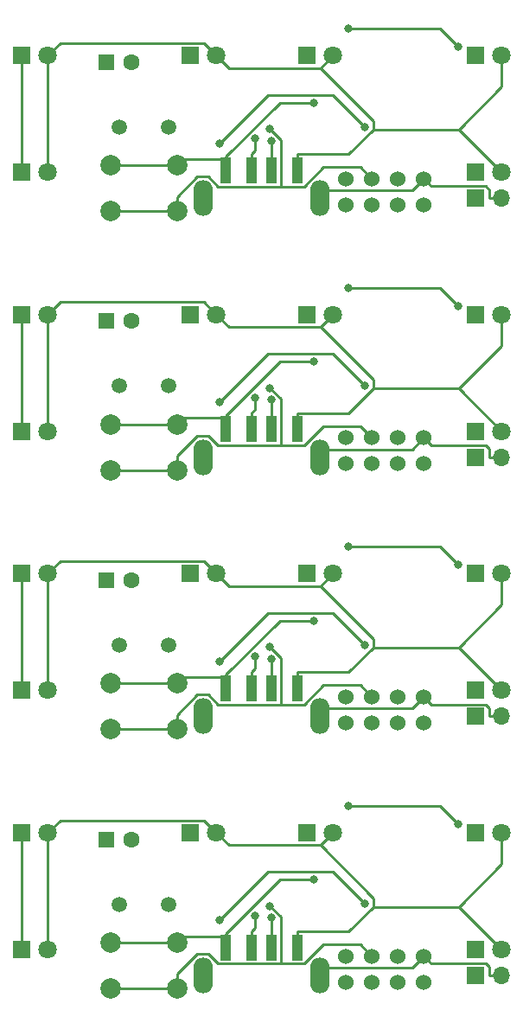
<source format=gbr>
G04 #@! TF.GenerationSoftware,KiCad,Pcbnew,(5.1.6)-1*
G04 #@! TF.CreationDate,2020-06-14T15:38:24+02:00*
G04 #@! TF.ProjectId,panel1,70616e65-6c31-42e6-9b69-6361645f7063,rev?*
G04 #@! TF.SameCoordinates,Original*
G04 #@! TF.FileFunction,Copper,L1,Top*
G04 #@! TF.FilePolarity,Positive*
%FSLAX46Y46*%
G04 Gerber Fmt 4.6, Leading zero omitted, Abs format (unit mm)*
G04 Created by KiCad (PCBNEW (5.1.6)-1) date 2020-06-14 15:38:24*
%MOMM*%
%LPD*%
G01*
G04 APERTURE LIST*
G04 #@! TA.AperFunction,ComponentPad*
%ADD10O,1.700000X1.700000*%
G04 #@! TD*
G04 #@! TA.AperFunction,ComponentPad*
%ADD11R,1.700000X1.700000*%
G04 #@! TD*
G04 #@! TA.AperFunction,ComponentPad*
%ADD12C,1.800000*%
G04 #@! TD*
G04 #@! TA.AperFunction,ComponentPad*
%ADD13R,1.800000X1.800000*%
G04 #@! TD*
G04 #@! TA.AperFunction,ComponentPad*
%ADD14C,1.500000*%
G04 #@! TD*
G04 #@! TA.AperFunction,ComponentPad*
%ADD15O,1.900000X3.500000*%
G04 #@! TD*
G04 #@! TA.AperFunction,SMDPad,CuDef*
%ADD16R,1.100000X2.500000*%
G04 #@! TD*
G04 #@! TA.AperFunction,ComponentPad*
%ADD17C,1.524000*%
G04 #@! TD*
G04 #@! TA.AperFunction,ComponentPad*
%ADD18C,2.000000*%
G04 #@! TD*
G04 #@! TA.AperFunction,ComponentPad*
%ADD19C,1.600000*%
G04 #@! TD*
G04 #@! TA.AperFunction,ComponentPad*
%ADD20R,1.600000X1.600000*%
G04 #@! TD*
G04 #@! TA.AperFunction,ViaPad*
%ADD21C,0.800000*%
G04 #@! TD*
G04 #@! TA.AperFunction,Conductor*
%ADD22C,0.250000*%
G04 #@! TD*
G04 APERTURE END LIST*
D10*
X101436001Y-145772196D03*
D11*
X98896001Y-145772196D03*
D12*
X101436001Y-143232196D03*
D13*
X98896001Y-143232196D03*
D12*
X101436001Y-131802196D03*
D13*
X98896001Y-131802196D03*
D12*
X84926001Y-131802196D03*
D13*
X82386001Y-131802196D03*
D12*
X73496001Y-131802196D03*
D13*
X70956001Y-131802196D03*
D12*
X56986001Y-143232196D03*
D13*
X54446001Y-143232196D03*
D12*
X56986001Y-131802196D03*
D13*
X54446001Y-131802196D03*
D14*
X63971001Y-138787196D03*
X68851001Y-138787196D03*
D15*
X72226001Y-145772196D03*
X83626001Y-145772196D03*
D16*
X74426001Y-143022196D03*
X81426001Y-143022196D03*
X76926001Y-143022196D03*
X78926001Y-143022196D03*
D17*
X86196001Y-143867196D03*
X91276001Y-143867196D03*
X93816001Y-146407196D03*
X88736001Y-143867196D03*
X88736001Y-146407196D03*
X91276001Y-146407196D03*
X93816001Y-143867196D03*
X86196001Y-146407196D03*
D18*
X63186001Y-147042196D03*
X63186001Y-142542196D03*
X69686001Y-147042196D03*
X69686001Y-142542196D03*
D19*
X65201001Y-132437196D03*
D20*
X62701001Y-132437196D03*
D10*
X101436001Y-120410131D03*
D11*
X98896001Y-120410131D03*
D12*
X101436001Y-117870131D03*
D13*
X98896001Y-117870131D03*
D12*
X101436001Y-106440131D03*
D13*
X98896001Y-106440131D03*
D12*
X84926001Y-106440131D03*
D13*
X82386001Y-106440131D03*
D12*
X73496001Y-106440131D03*
D13*
X70956001Y-106440131D03*
D12*
X56986001Y-117870131D03*
D13*
X54446001Y-117870131D03*
D12*
X56986001Y-106440131D03*
D13*
X54446001Y-106440131D03*
D14*
X63971001Y-113425131D03*
X68851001Y-113425131D03*
D15*
X72226001Y-120410131D03*
X83626001Y-120410131D03*
D16*
X74426001Y-117660131D03*
X81426001Y-117660131D03*
X76926001Y-117660131D03*
X78926001Y-117660131D03*
D17*
X86196001Y-118505131D03*
X91276001Y-118505131D03*
X93816001Y-121045131D03*
X88736001Y-118505131D03*
X88736001Y-121045131D03*
X91276001Y-121045131D03*
X93816001Y-118505131D03*
X86196001Y-121045131D03*
D18*
X63186001Y-121680131D03*
X63186001Y-117180131D03*
X69686001Y-121680131D03*
X69686001Y-117180131D03*
D19*
X65201001Y-107075131D03*
D20*
X62701001Y-107075131D03*
D10*
X101436001Y-95048066D03*
D11*
X98896001Y-95048066D03*
D12*
X101436001Y-92508066D03*
D13*
X98896001Y-92508066D03*
D12*
X101436001Y-81078066D03*
D13*
X98896001Y-81078066D03*
D12*
X84926001Y-81078066D03*
D13*
X82386001Y-81078066D03*
D12*
X73496001Y-81078066D03*
D13*
X70956001Y-81078066D03*
D12*
X56986001Y-92508066D03*
D13*
X54446001Y-92508066D03*
D12*
X56986001Y-81078066D03*
D13*
X54446001Y-81078066D03*
D14*
X63971001Y-88063066D03*
X68851001Y-88063066D03*
D15*
X72226001Y-95048066D03*
X83626001Y-95048066D03*
D16*
X74426001Y-92298066D03*
X81426001Y-92298066D03*
X76926001Y-92298066D03*
X78926001Y-92298066D03*
D17*
X86196001Y-93143066D03*
X91276001Y-93143066D03*
X93816001Y-95683066D03*
X88736001Y-93143066D03*
X88736001Y-95683066D03*
X91276001Y-95683066D03*
X93816001Y-93143066D03*
X86196001Y-95683066D03*
D18*
X63186001Y-96318066D03*
X63186001Y-91818066D03*
X69686001Y-96318066D03*
X69686001Y-91818066D03*
D19*
X65201001Y-81713066D03*
D20*
X62701001Y-81713066D03*
D10*
X101436001Y-69686001D03*
D11*
X98896001Y-69686001D03*
D12*
X101436001Y-67146001D03*
D13*
X98896001Y-67146001D03*
D12*
X101436001Y-55716001D03*
D13*
X98896001Y-55716001D03*
D12*
X84926001Y-55716001D03*
D13*
X82386001Y-55716001D03*
D12*
X73496001Y-55716001D03*
D13*
X70956001Y-55716001D03*
D12*
X56986001Y-67146001D03*
D13*
X54446001Y-67146001D03*
D12*
X56986001Y-55716001D03*
D13*
X54446001Y-55716001D03*
D14*
X63971001Y-62701001D03*
X68851001Y-62701001D03*
D15*
X72226001Y-69686001D03*
X83626001Y-69686001D03*
D16*
X74426001Y-66936001D03*
X81426001Y-66936001D03*
X76926001Y-66936001D03*
X78926001Y-66936001D03*
D17*
X86196001Y-67781001D03*
X91276001Y-67781001D03*
X93816001Y-70321001D03*
X88736001Y-67781001D03*
X88736001Y-70321001D03*
X91276001Y-70321001D03*
X93816001Y-67781001D03*
X86196001Y-70321001D03*
D18*
X63186001Y-70956001D03*
X63186001Y-66456001D03*
X69686001Y-70956001D03*
X69686001Y-66456001D03*
D19*
X65201001Y-56351001D03*
D20*
X62701001Y-56351001D03*
D21*
X78767701Y-62898101D03*
X77293101Y-63813601D03*
X78876501Y-64042101D03*
X83078401Y-60301701D03*
X97216901Y-54869101D03*
X86437801Y-53073001D03*
X73818301Y-64300401D03*
X88094701Y-62672101D03*
X78767701Y-88260166D03*
X77293101Y-89175666D03*
X78876501Y-89404166D03*
X83078401Y-85663766D03*
X97216901Y-80231166D03*
X86437801Y-78435066D03*
X73818301Y-89662466D03*
X88094701Y-88034166D03*
X78767701Y-113622231D03*
X77293101Y-114537731D03*
X78876501Y-114766231D03*
X83078401Y-111025831D03*
X97216901Y-105593231D03*
X86437801Y-103797131D03*
X73818301Y-115024531D03*
X88094701Y-113396231D03*
X78767701Y-138984296D03*
X77293101Y-139899796D03*
X78876501Y-140128296D03*
X83078401Y-136387896D03*
X97216901Y-130955296D03*
X86437801Y-129159196D03*
X73818301Y-140386596D03*
X88094701Y-138758296D03*
D22*
X56986001Y-55716001D02*
X58211401Y-54490601D01*
X58211401Y-54490601D02*
X72270601Y-54490601D01*
X72270601Y-54490601D02*
X73496001Y-55716001D01*
X56986001Y-67146001D02*
X56986001Y-55716001D01*
X81426001Y-65360701D02*
X86461201Y-65360701D01*
X86461201Y-65360701D02*
X88867101Y-62954801D01*
X97244801Y-62954801D02*
X101436001Y-67146001D01*
X88867101Y-62954801D02*
X97244801Y-62954801D01*
X101436001Y-55716001D02*
X101436001Y-58763601D01*
X101436001Y-58763601D02*
X97244801Y-62954801D01*
X83700601Y-56941401D02*
X88867101Y-62107901D01*
X88867101Y-62107901D02*
X88867101Y-62954801D01*
X83700601Y-56941401D02*
X84926001Y-55716001D01*
X73496001Y-55716001D02*
X74721401Y-56941401D01*
X74721401Y-56941401D02*
X83700601Y-56941401D01*
X81426001Y-66936001D02*
X81426001Y-65360701D01*
X79823901Y-68518001D02*
X82133101Y-68518001D01*
X82133101Y-68518001D02*
X84013401Y-66637701D01*
X84013401Y-66637701D02*
X87592701Y-66637701D01*
X87592701Y-66637701D02*
X88736001Y-67781001D01*
X69686001Y-70956001D02*
X69686001Y-69542401D01*
X69686001Y-69542401D02*
X71660301Y-67568101D01*
X71660301Y-67568101D02*
X72725401Y-67568101D01*
X72725401Y-67568101D02*
X73675301Y-68518001D01*
X73675301Y-68518001D02*
X79823901Y-68518001D01*
X79823901Y-68518001D02*
X79823901Y-63954301D01*
X79823901Y-63954301D02*
X78767701Y-62898101D01*
X69686001Y-70956001D02*
X63186001Y-70956001D01*
X76926001Y-66936001D02*
X76926001Y-65360701D01*
X76926001Y-65360701D02*
X77293101Y-64993601D01*
X77293101Y-64993601D02*
X77293101Y-63813601D01*
X78926001Y-66936001D02*
X78926001Y-65360701D01*
X78926001Y-65360701D02*
X78876501Y-65311201D01*
X78876501Y-65311201D02*
X78876501Y-64042101D01*
X83078401Y-60301701D02*
X79733401Y-60301701D01*
X79733401Y-60301701D02*
X74426001Y-65609101D01*
X74426001Y-65609101D02*
X74426001Y-65834401D01*
X83626001Y-69686001D02*
X84420401Y-68891601D01*
X84420401Y-68891601D02*
X92705401Y-68891601D01*
X92705401Y-68891601D02*
X93816001Y-67781001D01*
X101436001Y-69686001D02*
X100260701Y-69686001D01*
X93816001Y-67781001D02*
X94545701Y-68510701D01*
X94545701Y-68510701D02*
X99893501Y-68510701D01*
X99893501Y-68510701D02*
X100260701Y-68877901D01*
X100260701Y-68877901D02*
X100260701Y-69686001D01*
X74426001Y-65834401D02*
X70307601Y-65834401D01*
X70307601Y-65834401D02*
X69686001Y-66456001D01*
X74426001Y-66936001D02*
X74426001Y-65834401D01*
X63186001Y-66456001D02*
X69686001Y-66456001D01*
X54446001Y-55716001D02*
X54446001Y-67146001D01*
X86437801Y-53073001D02*
X95420801Y-53073001D01*
X95420801Y-53073001D02*
X97216901Y-54869101D01*
X73818301Y-64300401D02*
X78580901Y-59537801D01*
X78580901Y-59537801D02*
X84960401Y-59537801D01*
X84960401Y-59537801D02*
X88094701Y-62672101D01*
X56986001Y-81078066D02*
X58211401Y-79852666D01*
X58211401Y-79852666D02*
X72270601Y-79852666D01*
X72270601Y-79852666D02*
X73496001Y-81078066D01*
X56986001Y-92508066D02*
X56986001Y-81078066D01*
X81426001Y-90722766D02*
X86461201Y-90722766D01*
X86461201Y-90722766D02*
X88867101Y-88316866D01*
X97244801Y-88316866D02*
X101436001Y-92508066D01*
X88867101Y-88316866D02*
X97244801Y-88316866D01*
X101436001Y-81078066D02*
X101436001Y-84125666D01*
X101436001Y-84125666D02*
X97244801Y-88316866D01*
X83700601Y-82303466D02*
X88867101Y-87469966D01*
X88867101Y-87469966D02*
X88867101Y-88316866D01*
X83700601Y-82303466D02*
X84926001Y-81078066D01*
X73496001Y-81078066D02*
X74721401Y-82303466D01*
X74721401Y-82303466D02*
X83700601Y-82303466D01*
X81426001Y-92298066D02*
X81426001Y-90722766D01*
X79823901Y-93880066D02*
X82133101Y-93880066D01*
X82133101Y-93880066D02*
X84013401Y-91999766D01*
X84013401Y-91999766D02*
X87592701Y-91999766D01*
X87592701Y-91999766D02*
X88736001Y-93143066D01*
X69686001Y-96318066D02*
X69686001Y-94904466D01*
X69686001Y-94904466D02*
X71660301Y-92930166D01*
X71660301Y-92930166D02*
X72725401Y-92930166D01*
X72725401Y-92930166D02*
X73675301Y-93880066D01*
X73675301Y-93880066D02*
X79823901Y-93880066D01*
X79823901Y-93880066D02*
X79823901Y-89316366D01*
X79823901Y-89316366D02*
X78767701Y-88260166D01*
X69686001Y-96318066D02*
X63186001Y-96318066D01*
X76926001Y-92298066D02*
X76926001Y-90722766D01*
X76926001Y-90722766D02*
X77293101Y-90355666D01*
X77293101Y-90355666D02*
X77293101Y-89175666D01*
X78926001Y-92298066D02*
X78926001Y-90722766D01*
X78926001Y-90722766D02*
X78876501Y-90673266D01*
X78876501Y-90673266D02*
X78876501Y-89404166D01*
X83078401Y-85663766D02*
X79733401Y-85663766D01*
X79733401Y-85663766D02*
X74426001Y-90971166D01*
X74426001Y-90971166D02*
X74426001Y-91196466D01*
X83626001Y-95048066D02*
X84420401Y-94253666D01*
X84420401Y-94253666D02*
X92705401Y-94253666D01*
X92705401Y-94253666D02*
X93816001Y-93143066D01*
X101436001Y-95048066D02*
X100260701Y-95048066D01*
X93816001Y-93143066D02*
X94545701Y-93872766D01*
X94545701Y-93872766D02*
X99893501Y-93872766D01*
X99893501Y-93872766D02*
X100260701Y-94239966D01*
X100260701Y-94239966D02*
X100260701Y-95048066D01*
X74426001Y-91196466D02*
X70307601Y-91196466D01*
X70307601Y-91196466D02*
X69686001Y-91818066D01*
X74426001Y-92298066D02*
X74426001Y-91196466D01*
X63186001Y-91818066D02*
X69686001Y-91818066D01*
X54446001Y-81078066D02*
X54446001Y-92508066D01*
X86437801Y-78435066D02*
X95420801Y-78435066D01*
X95420801Y-78435066D02*
X97216901Y-80231166D01*
X73818301Y-89662466D02*
X78580901Y-84899866D01*
X78580901Y-84899866D02*
X84960401Y-84899866D01*
X84960401Y-84899866D02*
X88094701Y-88034166D01*
X56986001Y-106440131D02*
X58211401Y-105214731D01*
X58211401Y-105214731D02*
X72270601Y-105214731D01*
X72270601Y-105214731D02*
X73496001Y-106440131D01*
X56986001Y-117870131D02*
X56986001Y-106440131D01*
X81426001Y-116084831D02*
X86461201Y-116084831D01*
X86461201Y-116084831D02*
X88867101Y-113678931D01*
X97244801Y-113678931D02*
X101436001Y-117870131D01*
X88867101Y-113678931D02*
X97244801Y-113678931D01*
X101436001Y-106440131D02*
X101436001Y-109487731D01*
X101436001Y-109487731D02*
X97244801Y-113678931D01*
X83700601Y-107665531D02*
X88867101Y-112832031D01*
X88867101Y-112832031D02*
X88867101Y-113678931D01*
X83700601Y-107665531D02*
X84926001Y-106440131D01*
X73496001Y-106440131D02*
X74721401Y-107665531D01*
X74721401Y-107665531D02*
X83700601Y-107665531D01*
X81426001Y-117660131D02*
X81426001Y-116084831D01*
X79823901Y-119242131D02*
X82133101Y-119242131D01*
X82133101Y-119242131D02*
X84013401Y-117361831D01*
X84013401Y-117361831D02*
X87592701Y-117361831D01*
X87592701Y-117361831D02*
X88736001Y-118505131D01*
X69686001Y-121680131D02*
X69686001Y-120266531D01*
X69686001Y-120266531D02*
X71660301Y-118292231D01*
X71660301Y-118292231D02*
X72725401Y-118292231D01*
X72725401Y-118292231D02*
X73675301Y-119242131D01*
X73675301Y-119242131D02*
X79823901Y-119242131D01*
X79823901Y-119242131D02*
X79823901Y-114678431D01*
X79823901Y-114678431D02*
X78767701Y-113622231D01*
X69686001Y-121680131D02*
X63186001Y-121680131D01*
X76926001Y-117660131D02*
X76926001Y-116084831D01*
X76926001Y-116084831D02*
X77293101Y-115717731D01*
X77293101Y-115717731D02*
X77293101Y-114537731D01*
X78926001Y-117660131D02*
X78926001Y-116084831D01*
X78926001Y-116084831D02*
X78876501Y-116035331D01*
X78876501Y-116035331D02*
X78876501Y-114766231D01*
X83078401Y-111025831D02*
X79733401Y-111025831D01*
X79733401Y-111025831D02*
X74426001Y-116333231D01*
X74426001Y-116333231D02*
X74426001Y-116558531D01*
X83626001Y-120410131D02*
X84420401Y-119615731D01*
X84420401Y-119615731D02*
X92705401Y-119615731D01*
X92705401Y-119615731D02*
X93816001Y-118505131D01*
X101436001Y-120410131D02*
X100260701Y-120410131D01*
X93816001Y-118505131D02*
X94545701Y-119234831D01*
X94545701Y-119234831D02*
X99893501Y-119234831D01*
X99893501Y-119234831D02*
X100260701Y-119602031D01*
X100260701Y-119602031D02*
X100260701Y-120410131D01*
X74426001Y-116558531D02*
X70307601Y-116558531D01*
X70307601Y-116558531D02*
X69686001Y-117180131D01*
X74426001Y-117660131D02*
X74426001Y-116558531D01*
X63186001Y-117180131D02*
X69686001Y-117180131D01*
X54446001Y-106440131D02*
X54446001Y-117870131D01*
X86437801Y-103797131D02*
X95420801Y-103797131D01*
X95420801Y-103797131D02*
X97216901Y-105593231D01*
X73818301Y-115024531D02*
X78580901Y-110261931D01*
X78580901Y-110261931D02*
X84960401Y-110261931D01*
X84960401Y-110261931D02*
X88094701Y-113396231D01*
X56986001Y-131802196D02*
X58211401Y-130576796D01*
X58211401Y-130576796D02*
X72270601Y-130576796D01*
X72270601Y-130576796D02*
X73496001Y-131802196D01*
X56986001Y-143232196D02*
X56986001Y-131802196D01*
X81426001Y-141446896D02*
X86461201Y-141446896D01*
X86461201Y-141446896D02*
X88867101Y-139040996D01*
X97244801Y-139040996D02*
X101436001Y-143232196D01*
X88867101Y-139040996D02*
X97244801Y-139040996D01*
X101436001Y-131802196D02*
X101436001Y-134849796D01*
X101436001Y-134849796D02*
X97244801Y-139040996D01*
X83700601Y-133027596D02*
X88867101Y-138194096D01*
X88867101Y-138194096D02*
X88867101Y-139040996D01*
X83700601Y-133027596D02*
X84926001Y-131802196D01*
X73496001Y-131802196D02*
X74721401Y-133027596D01*
X74721401Y-133027596D02*
X83700601Y-133027596D01*
X81426001Y-143022196D02*
X81426001Y-141446896D01*
X79823901Y-144604196D02*
X82133101Y-144604196D01*
X82133101Y-144604196D02*
X84013401Y-142723896D01*
X84013401Y-142723896D02*
X87592701Y-142723896D01*
X87592701Y-142723896D02*
X88736001Y-143867196D01*
X69686001Y-147042196D02*
X69686001Y-145628596D01*
X69686001Y-145628596D02*
X71660301Y-143654296D01*
X71660301Y-143654296D02*
X72725401Y-143654296D01*
X72725401Y-143654296D02*
X73675301Y-144604196D01*
X73675301Y-144604196D02*
X79823901Y-144604196D01*
X79823901Y-144604196D02*
X79823901Y-140040496D01*
X79823901Y-140040496D02*
X78767701Y-138984296D01*
X69686001Y-147042196D02*
X63186001Y-147042196D01*
X76926001Y-143022196D02*
X76926001Y-141446896D01*
X76926001Y-141446896D02*
X77293101Y-141079796D01*
X77293101Y-141079796D02*
X77293101Y-139899796D01*
X78926001Y-143022196D02*
X78926001Y-141446896D01*
X78926001Y-141446896D02*
X78876501Y-141397396D01*
X78876501Y-141397396D02*
X78876501Y-140128296D01*
X83078401Y-136387896D02*
X79733401Y-136387896D01*
X79733401Y-136387896D02*
X74426001Y-141695296D01*
X74426001Y-141695296D02*
X74426001Y-141920596D01*
X83626001Y-145772196D02*
X84420401Y-144977796D01*
X84420401Y-144977796D02*
X92705401Y-144977796D01*
X92705401Y-144977796D02*
X93816001Y-143867196D01*
X101436001Y-145772196D02*
X100260701Y-145772196D01*
X93816001Y-143867196D02*
X94545701Y-144596896D01*
X94545701Y-144596896D02*
X99893501Y-144596896D01*
X99893501Y-144596896D02*
X100260701Y-144964096D01*
X100260701Y-144964096D02*
X100260701Y-145772196D01*
X74426001Y-141920596D02*
X70307601Y-141920596D01*
X70307601Y-141920596D02*
X69686001Y-142542196D01*
X74426001Y-143022196D02*
X74426001Y-141920596D01*
X63186001Y-142542196D02*
X69686001Y-142542196D01*
X54446001Y-131802196D02*
X54446001Y-143232196D01*
X86437801Y-129159196D02*
X95420801Y-129159196D01*
X95420801Y-129159196D02*
X97216901Y-130955296D01*
X73818301Y-140386596D02*
X78580901Y-135623996D01*
X78580901Y-135623996D02*
X84960401Y-135623996D01*
X84960401Y-135623996D02*
X88094701Y-138758296D01*
M02*

</source>
